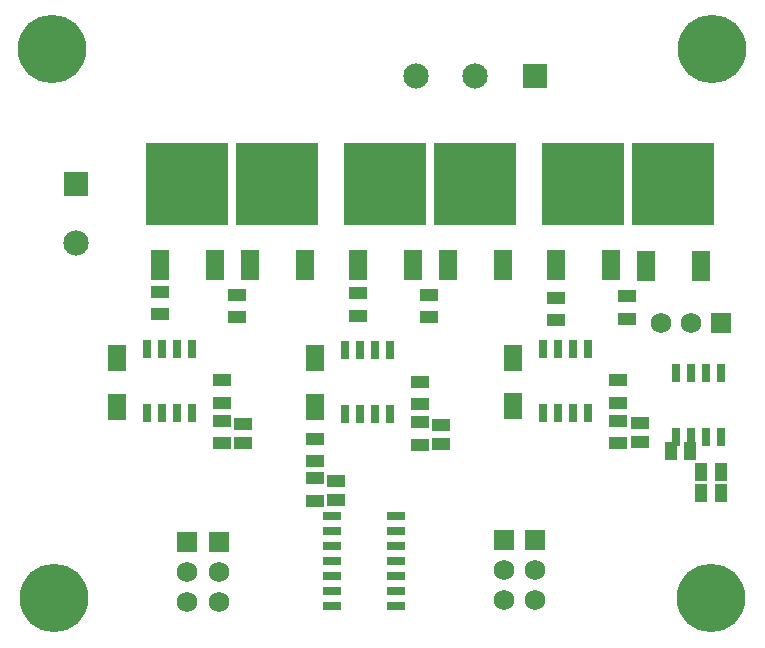
<source format=gts>
G04*
G04 #@! TF.GenerationSoftware,Altium Limited,Altium Designer,24.0.1 (36)*
G04*
G04 Layer_Color=8388736*
%FSLAX45Y45*%
%MOMM*%
G71*
G04*
G04 #@! TF.SameCoordinates,0B170F52-40F4-4D68-8434-06CE0CB0BF9C*
G04*
G04*
G04 #@! TF.FilePolarity,Negative*
G04*
G01*
G75*
%ADD13R,1.01000X1.49000*%
%ADD14R,1.49000X1.01000*%
%ADD15R,1.07000X1.57000*%
%ADD16R,1.65000X2.30000*%
%ADD17R,1.62500X0.75000*%
%ADD18R,1.50000X1.05000*%
%ADD19R,0.75000X1.62500*%
%ADD20R,1.50000X2.50000*%
%ADD21R,7.00000X7.00000*%
%ADD22C,1.75000*%
%ADD23R,1.75000X1.75000*%
%ADD24R,1.75000X1.75000*%
%ADD25R,2.15000X2.15000*%
%ADD26C,2.15000*%
%ADD27R,2.15000X2.15000*%
%ADD28C,5.80000*%
G54D13*
X14354640Y8536940D02*
D03*
X14518640D02*
D03*
X14775900Y8356600D02*
D03*
X14611900D02*
D03*
G54D14*
X11518900Y8122200D02*
D03*
Y8286200D02*
D03*
X10731500Y8604800D02*
D03*
Y8768800D02*
D03*
X12407900Y8592100D02*
D03*
Y8756100D02*
D03*
X14097000Y8611700D02*
D03*
Y8775700D02*
D03*
G54D15*
X14610899Y8178800D02*
D03*
X14776900D02*
D03*
G54D16*
X11341100Y8913600D02*
D03*
Y9323600D02*
D03*
X13017500Y8915400D02*
D03*
Y9325400D02*
D03*
X9664700Y8913600D02*
D03*
Y9323600D02*
D03*
G54D17*
X11485100Y7222400D02*
D03*
Y7349400D02*
D03*
Y7476400D02*
D03*
Y7603400D02*
D03*
Y7730400D02*
D03*
Y7857400D02*
D03*
Y7984400D02*
D03*
X12027500D02*
D03*
Y7857400D02*
D03*
Y7730400D02*
D03*
Y7603400D02*
D03*
Y7476400D02*
D03*
Y7349400D02*
D03*
Y7222400D02*
D03*
G54D18*
X12306300Y9861300D02*
D03*
Y9671300D02*
D03*
X11341100Y8305300D02*
D03*
Y8115300D02*
D03*
X11709400Y9683000D02*
D03*
Y9873000D02*
D03*
X12230100Y8591800D02*
D03*
Y8781800D02*
D03*
X11341100Y8452100D02*
D03*
Y8642100D02*
D03*
X13906500Y8604500D02*
D03*
Y8794500D02*
D03*
Y8947400D02*
D03*
Y9137400D02*
D03*
X12230100Y8934700D02*
D03*
Y9124700D02*
D03*
X10553700Y8604500D02*
D03*
Y8794500D02*
D03*
Y8947400D02*
D03*
Y9137400D02*
D03*
X13982700Y9658600D02*
D03*
Y9848600D02*
D03*
X13385800Y9645900D02*
D03*
Y9835900D02*
D03*
X10680700Y9671300D02*
D03*
Y9861300D02*
D03*
X10033000Y9696700D02*
D03*
Y9886700D02*
D03*
G54D19*
X11595100Y8847400D02*
D03*
X11722100D02*
D03*
X11849100D02*
D03*
X11976100D02*
D03*
Y9389800D02*
D03*
X11849100D02*
D03*
X11722100D02*
D03*
X11595100D02*
D03*
X13271500Y8860100D02*
D03*
X13398500D02*
D03*
X13525500D02*
D03*
X13652499D02*
D03*
Y9402500D02*
D03*
X13525500D02*
D03*
X13398500D02*
D03*
X13271500D02*
D03*
X9918700D02*
D03*
X10045700D02*
D03*
X10172700D02*
D03*
X10299700D02*
D03*
Y8860100D02*
D03*
X10172700D02*
D03*
X10045700D02*
D03*
X9918700D02*
D03*
X14782800Y9199300D02*
D03*
X14655800D02*
D03*
X14528799D02*
D03*
X14401801D02*
D03*
Y8656900D02*
D03*
X14528799D02*
D03*
X14655800D02*
D03*
X14782800D02*
D03*
G54D20*
X12469780Y10108643D02*
D03*
X12929781D02*
D03*
X12168000Y10108900D02*
D03*
X11708000D02*
D03*
X10793300Y10109200D02*
D03*
X11253300D02*
D03*
X13384631Y10109057D02*
D03*
X13844632D02*
D03*
X14146400Y10105000D02*
D03*
X14606400D02*
D03*
X10491600Y10108900D02*
D03*
X10031600D02*
D03*
G54D21*
X12699781Y10798643D02*
D03*
X11938000Y10798900D02*
D03*
X11023300Y10799200D02*
D03*
X13614632Y10799057D02*
D03*
X14376401Y10795000D02*
D03*
X10261600Y10798900D02*
D03*
G54D22*
X13208000Y7274560D02*
D03*
Y7528560D02*
D03*
X14528799Y9624060D02*
D03*
X14274800D02*
D03*
X10528300Y7510780D02*
D03*
Y7256780D02*
D03*
X12937399Y7527200D02*
D03*
Y7273200D02*
D03*
X10257700Y7510780D02*
D03*
Y7256780D02*
D03*
G54D23*
X13208000Y7782560D02*
D03*
X10528300Y7764780D02*
D03*
X12937399Y7781200D02*
D03*
X10257700Y7764780D02*
D03*
G54D24*
X14782800Y9624060D02*
D03*
G54D25*
X13200000Y11709400D02*
D03*
G54D26*
X12700000D02*
D03*
X12200000D02*
D03*
X9321800Y10295000D02*
D03*
G54D27*
Y10795000D02*
D03*
G54D28*
X9118600Y11938000D02*
D03*
X14706599D02*
D03*
X14693900Y7289800D02*
D03*
X9131300D02*
D03*
M02*

</source>
